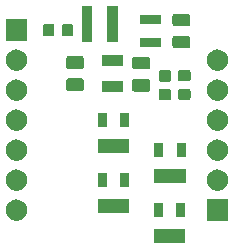
<source format=gbr>
G04 #@! TF.GenerationSoftware,KiCad,Pcbnew,(5.1.5)-3*
G04 #@! TF.CreationDate,2020-08-04T19:08:33+10:00*
G04 #@! TF.ProjectId,Interconnect,496e7465-7263-46f6-9e6e-6563742e6b69,rev 0.2*
G04 #@! TF.SameCoordinates,Original*
G04 #@! TF.FileFunction,Soldermask,Top*
G04 #@! TF.FilePolarity,Negative*
%FSLAX46Y46*%
G04 Gerber Fmt 4.6, Leading zero omitted, Abs format (unit mm)*
G04 Created by KiCad (PCBNEW (5.1.5)-3) date 2020-08-04 19:08:33*
%MOMM*%
%LPD*%
G04 APERTURE LIST*
%ADD10C,0.020000*%
G04 APERTURE END LIST*
D10*
G36*
X164902000Y-104889000D02*
G01*
X162250000Y-104889000D01*
X162250000Y-103727000D01*
X164902000Y-103727000D01*
X164902000Y-104889000D01*
G37*
G36*
X168541000Y-103009000D02*
G01*
X166739000Y-103009000D01*
X166739000Y-101207000D01*
X168541000Y-101207000D01*
X168541000Y-103009000D01*
G37*
G36*
X150735512Y-101211927D02*
G01*
X150884812Y-101241624D01*
X151048784Y-101309544D01*
X151196354Y-101408147D01*
X151321853Y-101533646D01*
X151420456Y-101681216D01*
X151488376Y-101845188D01*
X151523000Y-102019259D01*
X151523000Y-102196741D01*
X151488376Y-102370812D01*
X151420456Y-102534784D01*
X151321853Y-102682354D01*
X151196354Y-102807853D01*
X151048784Y-102906456D01*
X150884812Y-102974376D01*
X150735512Y-103004073D01*
X150710742Y-103009000D01*
X150533258Y-103009000D01*
X150508488Y-103004073D01*
X150359188Y-102974376D01*
X150195216Y-102906456D01*
X150047646Y-102807853D01*
X149922147Y-102682354D01*
X149823544Y-102534784D01*
X149755624Y-102370812D01*
X149721000Y-102196741D01*
X149721000Y-102019259D01*
X149755624Y-101845188D01*
X149823544Y-101681216D01*
X149922147Y-101533646D01*
X150047646Y-101408147D01*
X150195216Y-101309544D01*
X150359188Y-101241624D01*
X150508488Y-101211927D01*
X150533258Y-101207000D01*
X150710742Y-101207000D01*
X150735512Y-101211927D01*
G37*
G36*
X164902000Y-102689000D02*
G01*
X164150000Y-102689000D01*
X164150000Y-101527000D01*
X164902000Y-101527000D01*
X164902000Y-102689000D01*
G37*
G36*
X163002000Y-102689000D02*
G01*
X162250000Y-102689000D01*
X162250000Y-101527000D01*
X163002000Y-101527000D01*
X163002000Y-102689000D01*
G37*
G36*
X160158000Y-102349000D02*
G01*
X157506000Y-102349000D01*
X157506000Y-101187000D01*
X160158000Y-101187000D01*
X160158000Y-102349000D01*
G37*
G36*
X150735512Y-98671927D02*
G01*
X150884812Y-98701624D01*
X151048784Y-98769544D01*
X151196354Y-98868147D01*
X151321853Y-98993646D01*
X151420456Y-99141216D01*
X151488376Y-99305188D01*
X151523000Y-99479259D01*
X151523000Y-99656741D01*
X151488376Y-99830812D01*
X151420456Y-99994784D01*
X151321853Y-100142354D01*
X151196354Y-100267853D01*
X151048784Y-100366456D01*
X150884812Y-100434376D01*
X150735512Y-100464073D01*
X150710742Y-100469000D01*
X150533258Y-100469000D01*
X150508488Y-100464073D01*
X150359188Y-100434376D01*
X150195216Y-100366456D01*
X150047646Y-100267853D01*
X149922147Y-100142354D01*
X149823544Y-99994784D01*
X149755624Y-99830812D01*
X149721000Y-99656741D01*
X149721000Y-99479259D01*
X149755624Y-99305188D01*
X149823544Y-99141216D01*
X149922147Y-98993646D01*
X150047646Y-98868147D01*
X150195216Y-98769544D01*
X150359188Y-98701624D01*
X150508488Y-98671927D01*
X150533258Y-98667000D01*
X150710742Y-98667000D01*
X150735512Y-98671927D01*
G37*
G36*
X167753512Y-98671927D02*
G01*
X167902812Y-98701624D01*
X168066784Y-98769544D01*
X168214354Y-98868147D01*
X168339853Y-98993646D01*
X168438456Y-99141216D01*
X168506376Y-99305188D01*
X168541000Y-99479259D01*
X168541000Y-99656741D01*
X168506376Y-99830812D01*
X168438456Y-99994784D01*
X168339853Y-100142354D01*
X168214354Y-100267853D01*
X168066784Y-100366456D01*
X167902812Y-100434376D01*
X167753512Y-100464073D01*
X167728742Y-100469000D01*
X167551258Y-100469000D01*
X167526488Y-100464073D01*
X167377188Y-100434376D01*
X167213216Y-100366456D01*
X167065646Y-100267853D01*
X166940147Y-100142354D01*
X166841544Y-99994784D01*
X166773624Y-99830812D01*
X166739000Y-99656741D01*
X166739000Y-99479259D01*
X166773624Y-99305188D01*
X166841544Y-99141216D01*
X166940147Y-98993646D01*
X167065646Y-98868147D01*
X167213216Y-98769544D01*
X167377188Y-98701624D01*
X167526488Y-98671927D01*
X167551258Y-98667000D01*
X167728742Y-98667000D01*
X167753512Y-98671927D01*
G37*
G36*
X160158000Y-100149000D02*
G01*
X159406000Y-100149000D01*
X159406000Y-98987000D01*
X160158000Y-98987000D01*
X160158000Y-100149000D01*
G37*
G36*
X158258000Y-100149000D02*
G01*
X157506000Y-100149000D01*
X157506000Y-98987000D01*
X158258000Y-98987000D01*
X158258000Y-100149000D01*
G37*
G36*
X164968000Y-99809000D02*
G01*
X162316000Y-99809000D01*
X162316000Y-98647000D01*
X164968000Y-98647000D01*
X164968000Y-99809000D01*
G37*
G36*
X150735512Y-96131927D02*
G01*
X150884812Y-96161624D01*
X151048784Y-96229544D01*
X151196354Y-96328147D01*
X151321853Y-96453646D01*
X151420456Y-96601216D01*
X151488376Y-96765188D01*
X151523000Y-96939259D01*
X151523000Y-97116741D01*
X151488376Y-97290812D01*
X151420456Y-97454784D01*
X151321853Y-97602354D01*
X151196354Y-97727853D01*
X151048784Y-97826456D01*
X150884812Y-97894376D01*
X150735512Y-97924073D01*
X150710742Y-97929000D01*
X150533258Y-97929000D01*
X150508488Y-97924073D01*
X150359188Y-97894376D01*
X150195216Y-97826456D01*
X150047646Y-97727853D01*
X149922147Y-97602354D01*
X149823544Y-97454784D01*
X149755624Y-97290812D01*
X149721000Y-97116741D01*
X149721000Y-96939259D01*
X149755624Y-96765188D01*
X149823544Y-96601216D01*
X149922147Y-96453646D01*
X150047646Y-96328147D01*
X150195216Y-96229544D01*
X150359188Y-96161624D01*
X150508488Y-96131927D01*
X150533258Y-96127000D01*
X150710742Y-96127000D01*
X150735512Y-96131927D01*
G37*
G36*
X167753512Y-96131927D02*
G01*
X167902812Y-96161624D01*
X168066784Y-96229544D01*
X168214354Y-96328147D01*
X168339853Y-96453646D01*
X168438456Y-96601216D01*
X168506376Y-96765188D01*
X168541000Y-96939259D01*
X168541000Y-97116741D01*
X168506376Y-97290812D01*
X168438456Y-97454784D01*
X168339853Y-97602354D01*
X168214354Y-97727853D01*
X168066784Y-97826456D01*
X167902812Y-97894376D01*
X167753512Y-97924073D01*
X167728742Y-97929000D01*
X167551258Y-97929000D01*
X167526488Y-97924073D01*
X167377188Y-97894376D01*
X167213216Y-97826456D01*
X167065646Y-97727853D01*
X166940147Y-97602354D01*
X166841544Y-97454784D01*
X166773624Y-97290812D01*
X166739000Y-97116741D01*
X166739000Y-96939259D01*
X166773624Y-96765188D01*
X166841544Y-96601216D01*
X166940147Y-96453646D01*
X167065646Y-96328147D01*
X167213216Y-96229544D01*
X167377188Y-96161624D01*
X167526488Y-96131927D01*
X167551258Y-96127000D01*
X167728742Y-96127000D01*
X167753512Y-96131927D01*
G37*
G36*
X163068000Y-97609000D02*
G01*
X162316000Y-97609000D01*
X162316000Y-96447000D01*
X163068000Y-96447000D01*
X163068000Y-97609000D01*
G37*
G36*
X164968000Y-97609000D02*
G01*
X164216000Y-97609000D01*
X164216000Y-96447000D01*
X164968000Y-96447000D01*
X164968000Y-97609000D01*
G37*
G36*
X160158000Y-97269000D02*
G01*
X157506000Y-97269000D01*
X157506000Y-96107000D01*
X160158000Y-96107000D01*
X160158000Y-97269000D01*
G37*
G36*
X150735512Y-93591927D02*
G01*
X150884812Y-93621624D01*
X151048784Y-93689544D01*
X151196354Y-93788147D01*
X151321853Y-93913646D01*
X151420456Y-94061216D01*
X151488376Y-94225188D01*
X151523000Y-94399259D01*
X151523000Y-94576741D01*
X151488376Y-94750812D01*
X151420456Y-94914784D01*
X151321853Y-95062354D01*
X151196354Y-95187853D01*
X151048784Y-95286456D01*
X150884812Y-95354376D01*
X150735512Y-95384073D01*
X150710742Y-95389000D01*
X150533258Y-95389000D01*
X150508488Y-95384073D01*
X150359188Y-95354376D01*
X150195216Y-95286456D01*
X150047646Y-95187853D01*
X149922147Y-95062354D01*
X149823544Y-94914784D01*
X149755624Y-94750812D01*
X149721000Y-94576741D01*
X149721000Y-94399259D01*
X149755624Y-94225188D01*
X149823544Y-94061216D01*
X149922147Y-93913646D01*
X150047646Y-93788147D01*
X150195216Y-93689544D01*
X150359188Y-93621624D01*
X150508488Y-93591927D01*
X150533258Y-93587000D01*
X150710742Y-93587000D01*
X150735512Y-93591927D01*
G37*
G36*
X167753512Y-93591927D02*
G01*
X167902812Y-93621624D01*
X168066784Y-93689544D01*
X168214354Y-93788147D01*
X168339853Y-93913646D01*
X168438456Y-94061216D01*
X168506376Y-94225188D01*
X168541000Y-94399259D01*
X168541000Y-94576741D01*
X168506376Y-94750812D01*
X168438456Y-94914784D01*
X168339853Y-95062354D01*
X168214354Y-95187853D01*
X168066784Y-95286456D01*
X167902812Y-95354376D01*
X167753512Y-95384073D01*
X167728742Y-95389000D01*
X167551258Y-95389000D01*
X167526488Y-95384073D01*
X167377188Y-95354376D01*
X167213216Y-95286456D01*
X167065646Y-95187853D01*
X166940147Y-95062354D01*
X166841544Y-94914784D01*
X166773624Y-94750812D01*
X166739000Y-94576741D01*
X166739000Y-94399259D01*
X166773624Y-94225188D01*
X166841544Y-94061216D01*
X166940147Y-93913646D01*
X167065646Y-93788147D01*
X167213216Y-93689544D01*
X167377188Y-93621624D01*
X167526488Y-93591927D01*
X167551258Y-93587000D01*
X167728742Y-93587000D01*
X167753512Y-93591927D01*
G37*
G36*
X158258000Y-95069000D02*
G01*
X157506000Y-95069000D01*
X157506000Y-93907000D01*
X158258000Y-93907000D01*
X158258000Y-95069000D01*
G37*
G36*
X160158000Y-95069000D02*
G01*
X159406000Y-95069000D01*
X159406000Y-93907000D01*
X160158000Y-93907000D01*
X160158000Y-95069000D01*
G37*
G36*
X150735512Y-91051927D02*
G01*
X150884812Y-91081624D01*
X151048784Y-91149544D01*
X151196354Y-91248147D01*
X151321853Y-91373646D01*
X151420456Y-91521216D01*
X151488376Y-91685188D01*
X151511069Y-91799278D01*
X151523000Y-91859258D01*
X151523000Y-92036742D01*
X151518770Y-92058005D01*
X151488376Y-92210812D01*
X151420456Y-92374784D01*
X151321853Y-92522354D01*
X151196354Y-92647853D01*
X151048784Y-92746456D01*
X150884812Y-92814376D01*
X150735512Y-92844073D01*
X150710742Y-92849000D01*
X150533258Y-92849000D01*
X150508488Y-92844073D01*
X150359188Y-92814376D01*
X150195216Y-92746456D01*
X150047646Y-92647853D01*
X149922147Y-92522354D01*
X149823544Y-92374784D01*
X149755624Y-92210812D01*
X149725230Y-92058005D01*
X149721000Y-92036742D01*
X149721000Y-91859258D01*
X149732931Y-91799278D01*
X149755624Y-91685188D01*
X149823544Y-91521216D01*
X149922147Y-91373646D01*
X150047646Y-91248147D01*
X150195216Y-91149544D01*
X150359188Y-91081624D01*
X150508488Y-91051927D01*
X150533258Y-91047000D01*
X150710742Y-91047000D01*
X150735512Y-91051927D01*
G37*
G36*
X167753512Y-91051927D02*
G01*
X167902812Y-91081624D01*
X168066784Y-91149544D01*
X168214354Y-91248147D01*
X168339853Y-91373646D01*
X168438456Y-91521216D01*
X168506376Y-91685188D01*
X168529069Y-91799278D01*
X168541000Y-91859258D01*
X168541000Y-92036742D01*
X168536770Y-92058005D01*
X168506376Y-92210812D01*
X168438456Y-92374784D01*
X168339853Y-92522354D01*
X168214354Y-92647853D01*
X168066784Y-92746456D01*
X167902812Y-92814376D01*
X167753512Y-92844073D01*
X167728742Y-92849000D01*
X167551258Y-92849000D01*
X167526488Y-92844073D01*
X167377188Y-92814376D01*
X167213216Y-92746456D01*
X167065646Y-92647853D01*
X166940147Y-92522354D01*
X166841544Y-92374784D01*
X166773624Y-92210812D01*
X166743230Y-92058005D01*
X166739000Y-92036742D01*
X166739000Y-91859258D01*
X166750931Y-91799278D01*
X166773624Y-91685188D01*
X166841544Y-91521216D01*
X166940147Y-91373646D01*
X167065646Y-91248147D01*
X167213216Y-91149544D01*
X167377188Y-91081624D01*
X167526488Y-91051927D01*
X167551258Y-91047000D01*
X167728742Y-91047000D01*
X167753512Y-91051927D01*
G37*
G36*
X163574591Y-91844585D02*
G01*
X163608569Y-91854893D01*
X163639890Y-91871634D01*
X163667339Y-91894161D01*
X163689866Y-91921610D01*
X163706607Y-91952931D01*
X163716915Y-91986909D01*
X163721000Y-92028390D01*
X163721000Y-92629610D01*
X163716915Y-92671091D01*
X163706607Y-92705069D01*
X163689866Y-92736390D01*
X163667339Y-92763839D01*
X163639890Y-92786366D01*
X163608569Y-92803107D01*
X163574591Y-92813415D01*
X163533110Y-92817500D01*
X162856890Y-92817500D01*
X162815409Y-92813415D01*
X162781431Y-92803107D01*
X162750110Y-92786366D01*
X162722661Y-92763839D01*
X162700134Y-92736390D01*
X162683393Y-92705069D01*
X162673085Y-92671091D01*
X162669000Y-92629610D01*
X162669000Y-92028390D01*
X162673085Y-91986909D01*
X162683393Y-91952931D01*
X162700134Y-91921610D01*
X162722661Y-91894161D01*
X162750110Y-91871634D01*
X162781431Y-91854893D01*
X162815409Y-91844585D01*
X162856890Y-91840500D01*
X163533110Y-91840500D01*
X163574591Y-91844585D01*
G37*
G36*
X165225591Y-91821585D02*
G01*
X165259569Y-91831893D01*
X165290890Y-91848634D01*
X165318339Y-91871161D01*
X165340866Y-91898610D01*
X165357607Y-91929931D01*
X165367915Y-91963909D01*
X165372000Y-92005390D01*
X165372000Y-92606610D01*
X165367915Y-92648091D01*
X165357607Y-92682069D01*
X165340866Y-92713390D01*
X165318339Y-92740839D01*
X165290890Y-92763366D01*
X165259569Y-92780107D01*
X165225591Y-92790415D01*
X165184110Y-92794500D01*
X164507890Y-92794500D01*
X164466409Y-92790415D01*
X164432431Y-92780107D01*
X164401110Y-92763366D01*
X164373661Y-92740839D01*
X164351134Y-92713390D01*
X164334393Y-92682069D01*
X164324085Y-92648091D01*
X164320000Y-92606610D01*
X164320000Y-92005390D01*
X164324085Y-91963909D01*
X164334393Y-91929931D01*
X164351134Y-91898610D01*
X164373661Y-91871161D01*
X164401110Y-91848634D01*
X164432431Y-91831893D01*
X164466409Y-91821585D01*
X164507890Y-91817500D01*
X165184110Y-91817500D01*
X165225591Y-91821585D01*
G37*
G36*
X159693000Y-92141000D02*
G01*
X157891000Y-92141000D01*
X157891000Y-91139000D01*
X159693000Y-91139000D01*
X159693000Y-92141000D01*
G37*
G36*
X161776468Y-91006065D02*
G01*
X161815138Y-91017796D01*
X161850777Y-91036846D01*
X161882017Y-91062483D01*
X161907654Y-91093723D01*
X161926704Y-91129362D01*
X161938435Y-91168032D01*
X161943000Y-91214388D01*
X161943000Y-91865612D01*
X161938435Y-91911968D01*
X161926704Y-91950638D01*
X161907654Y-91986277D01*
X161882017Y-92017517D01*
X161850777Y-92043154D01*
X161815138Y-92062204D01*
X161776468Y-92073935D01*
X161730112Y-92078500D01*
X160653888Y-92078500D01*
X160607532Y-92073935D01*
X160568862Y-92062204D01*
X160533223Y-92043154D01*
X160501983Y-92017517D01*
X160476346Y-91986277D01*
X160457296Y-91950638D01*
X160445565Y-91911968D01*
X160441000Y-91865612D01*
X160441000Y-91214388D01*
X160445565Y-91168032D01*
X160457296Y-91129362D01*
X160476346Y-91093723D01*
X160501983Y-91062483D01*
X160533223Y-91036846D01*
X160568862Y-91017796D01*
X160607532Y-91006065D01*
X160653888Y-91001500D01*
X161730112Y-91001500D01*
X161776468Y-91006065D01*
G37*
G36*
X156176468Y-90943565D02*
G01*
X156215138Y-90955296D01*
X156250777Y-90974346D01*
X156282017Y-90999983D01*
X156307654Y-91031223D01*
X156326704Y-91066862D01*
X156338435Y-91105532D01*
X156343000Y-91151888D01*
X156343000Y-91803112D01*
X156338435Y-91849468D01*
X156326704Y-91888138D01*
X156307654Y-91923777D01*
X156282017Y-91955017D01*
X156250777Y-91980654D01*
X156215138Y-91999704D01*
X156176468Y-92011435D01*
X156130112Y-92016000D01*
X155053888Y-92016000D01*
X155007532Y-92011435D01*
X154968862Y-91999704D01*
X154933223Y-91980654D01*
X154901983Y-91955017D01*
X154876346Y-91923777D01*
X154857296Y-91888138D01*
X154845565Y-91849468D01*
X154841000Y-91803112D01*
X154841000Y-91151888D01*
X154845565Y-91105532D01*
X154857296Y-91066862D01*
X154876346Y-91031223D01*
X154901983Y-90999983D01*
X154933223Y-90974346D01*
X154968862Y-90955296D01*
X155007532Y-90943565D01*
X155053888Y-90939000D01*
X156130112Y-90939000D01*
X156176468Y-90943565D01*
G37*
G36*
X163574591Y-90269585D02*
G01*
X163608569Y-90279893D01*
X163639890Y-90296634D01*
X163667339Y-90319161D01*
X163689866Y-90346610D01*
X163706607Y-90377931D01*
X163716915Y-90411909D01*
X163721000Y-90453390D01*
X163721000Y-91054610D01*
X163716915Y-91096091D01*
X163706607Y-91130069D01*
X163689866Y-91161390D01*
X163667339Y-91188839D01*
X163639890Y-91211366D01*
X163608569Y-91228107D01*
X163574591Y-91238415D01*
X163533110Y-91242500D01*
X162856890Y-91242500D01*
X162815409Y-91238415D01*
X162781431Y-91228107D01*
X162750110Y-91211366D01*
X162722661Y-91188839D01*
X162700134Y-91161390D01*
X162683393Y-91130069D01*
X162673085Y-91096091D01*
X162669000Y-91054610D01*
X162669000Y-90453390D01*
X162673085Y-90411909D01*
X162683393Y-90377931D01*
X162700134Y-90346610D01*
X162722661Y-90319161D01*
X162750110Y-90296634D01*
X162781431Y-90279893D01*
X162815409Y-90269585D01*
X162856890Y-90265500D01*
X163533110Y-90265500D01*
X163574591Y-90269585D01*
G37*
G36*
X165225591Y-90246585D02*
G01*
X165259569Y-90256893D01*
X165290890Y-90273634D01*
X165318339Y-90296161D01*
X165340866Y-90323610D01*
X165357607Y-90354931D01*
X165367915Y-90388909D01*
X165372000Y-90430390D01*
X165372000Y-91031610D01*
X165367915Y-91073091D01*
X165357607Y-91107069D01*
X165340866Y-91138390D01*
X165318339Y-91165839D01*
X165290890Y-91188366D01*
X165259569Y-91205107D01*
X165225591Y-91215415D01*
X165184110Y-91219500D01*
X164507890Y-91219500D01*
X164466409Y-91215415D01*
X164432431Y-91205107D01*
X164401110Y-91188366D01*
X164373661Y-91165839D01*
X164351134Y-91138390D01*
X164334393Y-91107069D01*
X164324085Y-91073091D01*
X164320000Y-91031610D01*
X164320000Y-90430390D01*
X164324085Y-90388909D01*
X164334393Y-90354931D01*
X164351134Y-90323610D01*
X164373661Y-90296161D01*
X164401110Y-90273634D01*
X164432431Y-90256893D01*
X164466409Y-90246585D01*
X164507890Y-90242500D01*
X165184110Y-90242500D01*
X165225591Y-90246585D01*
G37*
G36*
X167753512Y-88511927D02*
G01*
X167902812Y-88541624D01*
X168066784Y-88609544D01*
X168214354Y-88708147D01*
X168339853Y-88833646D01*
X168438456Y-88981216D01*
X168506376Y-89145188D01*
X168541000Y-89319259D01*
X168541000Y-89496741D01*
X168506376Y-89670812D01*
X168438456Y-89834784D01*
X168339853Y-89982354D01*
X168214354Y-90107853D01*
X168066784Y-90206456D01*
X167902812Y-90274376D01*
X167753512Y-90304073D01*
X167728742Y-90309000D01*
X167551258Y-90309000D01*
X167526488Y-90304073D01*
X167377188Y-90274376D01*
X167213216Y-90206456D01*
X167065646Y-90107853D01*
X166940147Y-89982354D01*
X166841544Y-89834784D01*
X166773624Y-89670812D01*
X166739000Y-89496741D01*
X166739000Y-89319259D01*
X166773624Y-89145188D01*
X166841544Y-88981216D01*
X166940147Y-88833646D01*
X167065646Y-88708147D01*
X167213216Y-88609544D01*
X167377188Y-88541624D01*
X167526488Y-88511927D01*
X167551258Y-88507000D01*
X167728742Y-88507000D01*
X167753512Y-88511927D01*
G37*
G36*
X150735512Y-88511927D02*
G01*
X150884812Y-88541624D01*
X151048784Y-88609544D01*
X151196354Y-88708147D01*
X151321853Y-88833646D01*
X151420456Y-88981216D01*
X151488376Y-89145188D01*
X151523000Y-89319259D01*
X151523000Y-89496741D01*
X151488376Y-89670812D01*
X151420456Y-89834784D01*
X151321853Y-89982354D01*
X151196354Y-90107853D01*
X151048784Y-90206456D01*
X150884812Y-90274376D01*
X150735512Y-90304073D01*
X150710742Y-90309000D01*
X150533258Y-90309000D01*
X150508488Y-90304073D01*
X150359188Y-90274376D01*
X150195216Y-90206456D01*
X150047646Y-90107853D01*
X149922147Y-89982354D01*
X149823544Y-89834784D01*
X149755624Y-89670812D01*
X149721000Y-89496741D01*
X149721000Y-89319259D01*
X149755624Y-89145188D01*
X149823544Y-88981216D01*
X149922147Y-88833646D01*
X150047646Y-88708147D01*
X150195216Y-88609544D01*
X150359188Y-88541624D01*
X150508488Y-88511927D01*
X150533258Y-88507000D01*
X150710742Y-88507000D01*
X150735512Y-88511927D01*
G37*
G36*
X161776468Y-89131065D02*
G01*
X161815138Y-89142796D01*
X161850777Y-89161846D01*
X161882017Y-89187483D01*
X161907654Y-89218723D01*
X161926704Y-89254362D01*
X161938435Y-89293032D01*
X161943000Y-89339388D01*
X161943000Y-89990612D01*
X161938435Y-90036968D01*
X161926704Y-90075638D01*
X161907654Y-90111277D01*
X161882017Y-90142517D01*
X161850777Y-90168154D01*
X161815138Y-90187204D01*
X161776468Y-90198935D01*
X161730112Y-90203500D01*
X160653888Y-90203500D01*
X160607532Y-90198935D01*
X160568862Y-90187204D01*
X160533223Y-90168154D01*
X160501983Y-90142517D01*
X160476346Y-90111277D01*
X160457296Y-90075638D01*
X160445565Y-90036968D01*
X160441000Y-89990612D01*
X160441000Y-89339388D01*
X160445565Y-89293032D01*
X160457296Y-89254362D01*
X160476346Y-89218723D01*
X160501983Y-89187483D01*
X160533223Y-89161846D01*
X160568862Y-89142796D01*
X160607532Y-89131065D01*
X160653888Y-89126500D01*
X161730112Y-89126500D01*
X161776468Y-89131065D01*
G37*
G36*
X156176468Y-89068565D02*
G01*
X156215138Y-89080296D01*
X156250777Y-89099346D01*
X156282017Y-89124983D01*
X156307654Y-89156223D01*
X156326704Y-89191862D01*
X156338435Y-89230532D01*
X156343000Y-89276888D01*
X156343000Y-89928112D01*
X156338435Y-89974468D01*
X156326704Y-90013138D01*
X156307654Y-90048777D01*
X156282017Y-90080017D01*
X156250777Y-90105654D01*
X156215138Y-90124704D01*
X156176468Y-90136435D01*
X156130112Y-90141000D01*
X155053888Y-90141000D01*
X155007532Y-90136435D01*
X154968862Y-90124704D01*
X154933223Y-90105654D01*
X154901983Y-90080017D01*
X154876346Y-90048777D01*
X154857296Y-90013138D01*
X154845565Y-89974468D01*
X154841000Y-89928112D01*
X154841000Y-89276888D01*
X154845565Y-89230532D01*
X154857296Y-89191862D01*
X154876346Y-89156223D01*
X154901983Y-89124983D01*
X154933223Y-89099346D01*
X154968862Y-89080296D01*
X155007532Y-89068565D01*
X155053888Y-89064000D01*
X156130112Y-89064000D01*
X156176468Y-89068565D01*
G37*
G36*
X159693000Y-89941000D02*
G01*
X157891000Y-89941000D01*
X157891000Y-88939000D01*
X159693000Y-88939000D01*
X159693000Y-89941000D01*
G37*
G36*
X165176468Y-87350065D02*
G01*
X165215138Y-87361796D01*
X165250777Y-87380846D01*
X165282017Y-87406483D01*
X165307654Y-87437723D01*
X165326704Y-87473362D01*
X165338435Y-87512032D01*
X165343000Y-87558388D01*
X165343000Y-88209612D01*
X165338435Y-88255968D01*
X165326704Y-88294638D01*
X165307654Y-88330277D01*
X165282017Y-88361517D01*
X165250777Y-88387154D01*
X165215138Y-88406204D01*
X165176468Y-88417935D01*
X165130112Y-88422500D01*
X164053888Y-88422500D01*
X164007532Y-88417935D01*
X163968862Y-88406204D01*
X163933223Y-88387154D01*
X163901983Y-88361517D01*
X163876346Y-88330277D01*
X163857296Y-88294638D01*
X163845565Y-88255968D01*
X163841000Y-88209612D01*
X163841000Y-87558388D01*
X163845565Y-87512032D01*
X163857296Y-87473362D01*
X163876346Y-87437723D01*
X163901983Y-87406483D01*
X163933223Y-87380846D01*
X163968862Y-87361796D01*
X164007532Y-87350065D01*
X164053888Y-87345500D01*
X165130112Y-87345500D01*
X165176468Y-87350065D01*
G37*
G36*
X162893000Y-88266000D02*
G01*
X161091000Y-88266000D01*
X161091000Y-87514000D01*
X162893000Y-87514000D01*
X162893000Y-88266000D01*
G37*
G36*
X157043000Y-87841000D02*
G01*
X156141000Y-87841000D01*
X156141000Y-84839000D01*
X157043000Y-84839000D01*
X157043000Y-87841000D01*
G37*
G36*
X159243000Y-87841000D02*
G01*
X158341000Y-87841000D01*
X158341000Y-84839000D01*
X159243000Y-84839000D01*
X159243000Y-87841000D01*
G37*
G36*
X151523000Y-87769000D02*
G01*
X149721000Y-87769000D01*
X149721000Y-85967000D01*
X151523000Y-85967000D01*
X151523000Y-87769000D01*
G37*
G36*
X153707091Y-86346085D02*
G01*
X153741069Y-86356393D01*
X153772390Y-86373134D01*
X153799839Y-86395661D01*
X153822366Y-86423110D01*
X153839107Y-86454431D01*
X153849415Y-86488409D01*
X153853500Y-86529890D01*
X153853500Y-87206110D01*
X153849415Y-87247591D01*
X153839107Y-87281569D01*
X153822366Y-87312890D01*
X153799839Y-87340339D01*
X153772390Y-87362866D01*
X153741069Y-87379607D01*
X153707091Y-87389915D01*
X153665610Y-87394000D01*
X153064390Y-87394000D01*
X153022909Y-87389915D01*
X152988931Y-87379607D01*
X152957610Y-87362866D01*
X152930161Y-87340339D01*
X152907634Y-87312890D01*
X152890893Y-87281569D01*
X152880585Y-87247591D01*
X152876500Y-87206110D01*
X152876500Y-86529890D01*
X152880585Y-86488409D01*
X152890893Y-86454431D01*
X152907634Y-86423110D01*
X152930161Y-86395661D01*
X152957610Y-86373134D01*
X152988931Y-86356393D01*
X153022909Y-86346085D01*
X153064390Y-86342000D01*
X153665610Y-86342000D01*
X153707091Y-86346085D01*
G37*
G36*
X155282091Y-86346085D02*
G01*
X155316069Y-86356393D01*
X155347390Y-86373134D01*
X155374839Y-86395661D01*
X155397366Y-86423110D01*
X155414107Y-86454431D01*
X155424415Y-86488409D01*
X155428500Y-86529890D01*
X155428500Y-87206110D01*
X155424415Y-87247591D01*
X155414107Y-87281569D01*
X155397366Y-87312890D01*
X155374839Y-87340339D01*
X155347390Y-87362866D01*
X155316069Y-87379607D01*
X155282091Y-87389915D01*
X155240610Y-87394000D01*
X154639390Y-87394000D01*
X154597909Y-87389915D01*
X154563931Y-87379607D01*
X154532610Y-87362866D01*
X154505161Y-87340339D01*
X154482634Y-87312890D01*
X154465893Y-87281569D01*
X154455585Y-87247591D01*
X154451500Y-87206110D01*
X154451500Y-86529890D01*
X154455585Y-86488409D01*
X154465893Y-86454431D01*
X154482634Y-86423110D01*
X154505161Y-86395661D01*
X154532610Y-86373134D01*
X154563931Y-86356393D01*
X154597909Y-86346085D01*
X154639390Y-86342000D01*
X155240610Y-86342000D01*
X155282091Y-86346085D01*
G37*
G36*
X165176468Y-85475065D02*
G01*
X165215138Y-85486796D01*
X165250777Y-85505846D01*
X165282017Y-85531483D01*
X165307654Y-85562723D01*
X165326704Y-85598362D01*
X165338435Y-85637032D01*
X165343000Y-85683388D01*
X165343000Y-86334612D01*
X165338435Y-86380968D01*
X165326704Y-86419638D01*
X165307654Y-86455277D01*
X165282017Y-86486517D01*
X165250777Y-86512154D01*
X165215138Y-86531204D01*
X165176468Y-86542935D01*
X165130112Y-86547500D01*
X164053888Y-86547500D01*
X164007532Y-86542935D01*
X163968862Y-86531204D01*
X163933223Y-86512154D01*
X163901983Y-86486517D01*
X163876346Y-86455277D01*
X163857296Y-86419638D01*
X163845565Y-86380968D01*
X163841000Y-86334612D01*
X163841000Y-85683388D01*
X163845565Y-85637032D01*
X163857296Y-85598362D01*
X163876346Y-85562723D01*
X163901983Y-85531483D01*
X163933223Y-85505846D01*
X163968862Y-85486796D01*
X164007532Y-85475065D01*
X164053888Y-85470500D01*
X165130112Y-85470500D01*
X165176468Y-85475065D01*
G37*
G36*
X162893000Y-86366000D02*
G01*
X161091000Y-86366000D01*
X161091000Y-85614000D01*
X162893000Y-85614000D01*
X162893000Y-86366000D01*
G37*
M02*

</source>
